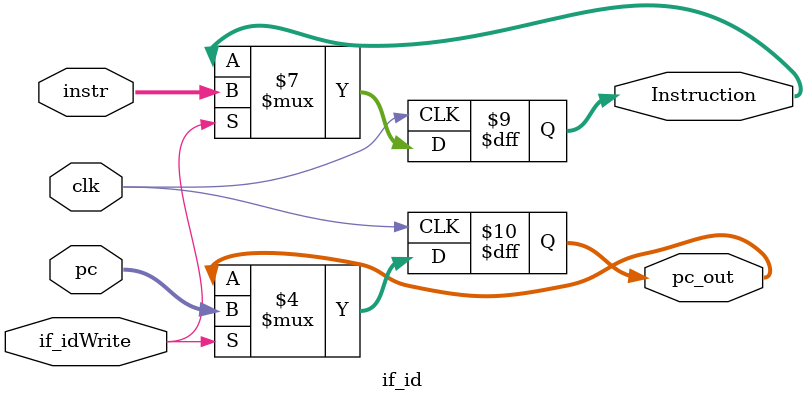
<source format=v>
module if_id (
    input clk,
    input [31:0]instr,
    input [31:0]pc,
    input if_idWrite,
    output reg [31:0]Instruction,
    output reg [31:0]pc_out
);
always @(posedge clk ) begin
    if (if_idWrite==0) begin
        Instruction <= Instruction;
        pc_out      <= pc_out;
    end
    else begin
        Instruction <= instr;
        pc_out      <= pc;

    end
end
    
endmodule
</source>
